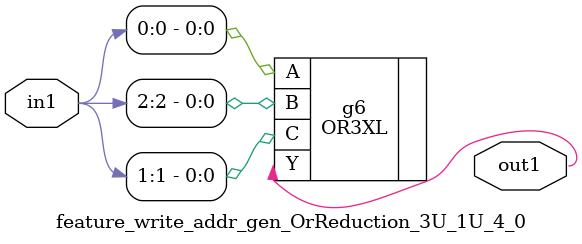
<source format=v>
`timescale 1ps / 1ps


module feature_write_addr_gen_OrReduction_3U_1U_4_0(in1, out1);
  input [2:0] in1;
  output out1;
  wire [2:0] in1;
  wire out1;
  OR3XL g6(.A (in1[0]), .B (in1[2]), .C (in1[1]), .Y (out1));
endmodule



</source>
